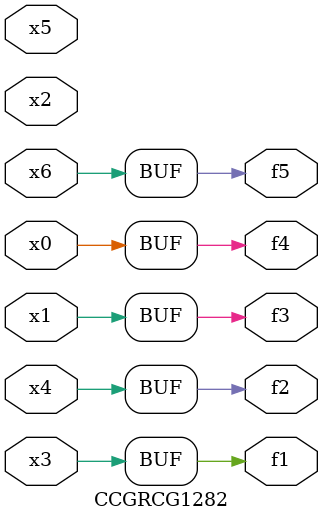
<source format=v>
module CCGRCG1282(
	input x0, x1, x2, x3, x4, x5, x6,
	output f1, f2, f3, f4, f5
);
	assign f1 = x3;
	assign f2 = x4;
	assign f3 = x1;
	assign f4 = x0;
	assign f5 = x6;
endmodule

</source>
